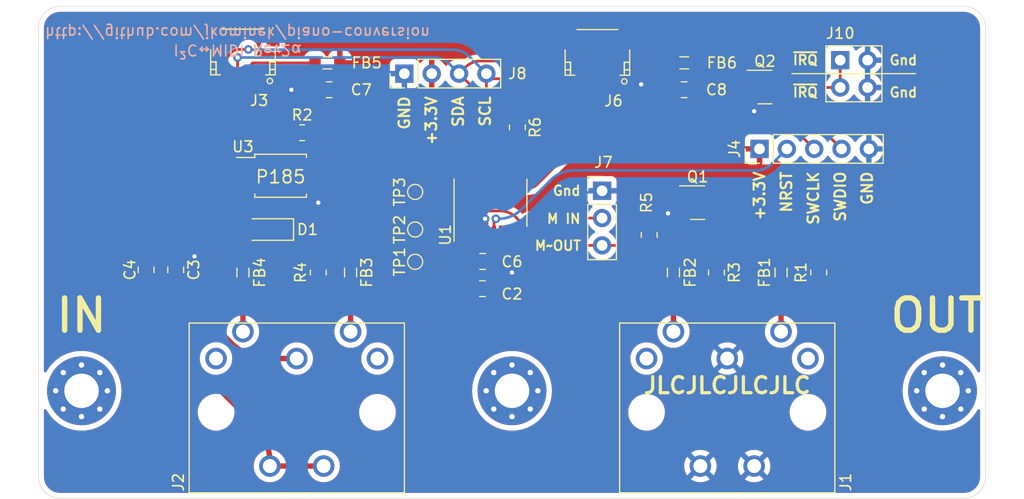
<source format=kicad_pcb>
(kicad_pcb (version 20211014) (generator pcbnew)
  (layers (0 "F.Cu" signal) (31 "B.Cu" signal) (34 "B.Paste" user) (35 "F.Paste" user) (36 "B.SilkS" user "B.Silkscreen") (37 "F.SilkS" user "F.Silkscreen") (38 "B.Mask" user) (39 "F.Mask" user) (44 "Edge.Cuts" user))
  (net 0 "")
  (net 1 "GND")
  (net 2 "+3V3")
  (net 3 "Net-(C3-Pad2)")
  (net 4 "Net-(C4-Pad2)")
  (net 5 "Net-(D1-Pad1)")
  (net 6 "Net-(D1-Pad2)")
  (net 7 "Net-(FB1-Pad2)")
  (net 8 "Net-(FB1-Pad1)")
  (net 9 "Net-(FB2-Pad1)")
  (net 10 "Net-(FB2-Pad2)")
  (net 11 "Net-(FB3-Pad1)")
  (net 12 "Net-(FB4-Pad2)")
  (net 13 "/RX")
  (net 14 "Net-(Q1-Pad1)")
  (net 15 "Net-(FB3-Pad2)")
  (net 16 "Net-(FB5-Pad1)")
  (net 17 "Net-(FB6-Pad1)")
  (net 18 "/SCL")
  (net 19 "/SDA")
  (net 24 "/~{TX}")
  (net 26 "/NRST")
  (net 33 "/SWDIO")
  (net 34 "/SWCLK")
  (net 35 "Net-(TP1-Pad1)")
  (net 36 "Net-(TP2-Pad1)")
  (net 37 "Net-(TP3-Pad1)")
  (net 38 "Net-(R3-Pad1)")
  (net 39 "Net-(J10-Pad1)")
  (net 40 "Net-(Q2-Pad1)")
  (net 41 "/IRQ")
  (footprint "footprints:SDS-50J" (layer "F.Cu") (at 140 77)
    (fp_text reference "J2" (at -11 1.5 90) (layer "F.SilkS"))
    (fp_text value "MIDI IN")
    (pad "" np_thru_hole circle locked (at -7.5 -5) (size 2.4 2.4) (drill 2.4) (layers *.Cu *.Mask))
    (pad "" np_thru_hole circle locked (at 7.5 -5) (size 2.4 2.4) (drill 2.4) (layers *.Cu *.Mask))
    (pad "1" thru_hole circle locked (at 7.5 -10) (size 2 2) (drill 1.3) (layers *.Cu *.Mask))
    (pad "2" thru_hole circle locked (at 0 -10) (size 2 2) (drill 1.3) (layers *.Cu *.Mask) (net 3 "Net-(C3-Pad2)"))
    (pad "3" thru_hole circle locked (at -7.5 -10) (size 2 2) (drill 1.3) (layers *.Cu *.Mask))
    (pad "4" thru_hole circle locked (at 5 -12.5) (size 2 2) (drill 1.3) (layers *.Cu *.Mask) (net 11 "Net-(FB3-Pad1)"))
    (pad "5" thru_hole circle locked (at -5 -12.5) (size 2 2) (drill 1.3) (layers *.Cu *.Mask) (net 12 "Net-(FB4-Pad2)"))
    (pad "6" thru_hole circle locked (at 2.5 0) (size 2 2) (drill 1.3) (layers *.Cu *.Mask) (net 4 "Net-(C4-Pad2)"))
    (pad "6" thru_hole circle locked (at -2.5 0) (size 2 2) (drill 1.3) (layers *.Cu *.Mask) (net 4 "Net-(C4-Pad2)"))
  )
  (footprint "Capacitor_SMD:C_0805_2012Metric_Pad1.18x1.45mm_HandSolder" (layer "F.Cu") (at 128.75 58.75 -90)
    (fp_text reference "C3" (at 0 -1.68 -90) (layer "F.SilkS"))
    (fp_text value "0.1uF")
    (pad "1" smd roundrect (at -1.0375 0 270) (size 1.175 1.45) (layers "F.Cu" "F.Paste" "F.Mask") (roundrect_rratio 0.212766) (net 1 "GND"))
    (pad "2" smd roundrect (at 1.0375 0 270) (size 1.175 1.45) (layers "F.Cu" "F.Paste" "F.Mask") (roundrect_rratio 0.212766) (net 3 "Net-(C3-Pad2)"))
  )
  (footprint "Capacitor_SMD:C_0805_2012Metric_Pad1.18x1.45mm_HandSolder" (layer "F.Cu") (at 126 58.75 -90)
    (fp_text reference "C4" (at 0 1.5 -90) (layer "F.SilkS"))
    (fp_text value "0.1uF")
    (pad "1" smd roundrect (at -1.0375 0 270) (size 1.175 1.45) (layers "F.Cu" "F.Paste" "F.Mask") (roundrect_rratio 0.212766) (net 1 "GND"))
    (pad "2" smd roundrect (at 1.0375 0 270) (size 1.175 1.45) (layers "F.Cu" "F.Paste" "F.Mask") (roundrect_rratio 0.212766) (net 4 "Net-(C4-Pad2)"))
  )
  (footprint "Diode_SMD:D_SOD-123F" (layer "F.Cu") (at 137.5 55 180)
    (fp_text reference "D1" (at -3.5 0) (layer "F.SilkS"))
    (fp_text value "Vf>=4")
    (pad "1" smd rect (at -1.4 0 180) (size 1.1 1.1) (layers "F.Cu" "F.Paste" "F.Mask") (net 5 "Net-(D1-Pad1)"))
    (pad "2" smd rect (at 1.4 0 180) (size 1.1 1.1) (layers "F.Cu" "F.Paste" "F.Mask") (net 6 "Net-(D1-Pad2)"))
  )
  (footprint "Inductor_SMD:L_0805_2012Metric_Pad1.05x1.20mm_HandSolder" (layer "F.Cu") (at 185 59 90)
    (fp_text reference "FB1" (at 0 -1.55 90) (layer "F.SilkS"))
    (fp_text value "Ferrite")
    (pad "1" smd roundrect (at -1.15 0 90) (size 1.05 1.2) (layers "F.Cu" "F.Paste" "F.Mask") (roundrect_rratio 0.238095) (net 8 "Net-(FB1-Pad1)"))
    (pad "2" smd roundrect (at 1.15 0 90) (size 1.05 1.2) (layers "F.Cu" "F.Paste" "F.Mask") (roundrect_rratio 0.238095) (net 7 "Net-(FB1-Pad2)"))
  )
  (footprint "Inductor_SMD:L_0805_2012Metric_Pad1.05x1.20mm_HandSolder" (layer "F.Cu") (at 145 59 90)
    (fp_text reference "FB3" (at 0 1.5 90) (layer "F.SilkS"))
    (fp_text value "Ferrite")
    (pad "1" smd roundrect (at -1.15 0 90) (size 1.05 1.2) (layers "F.Cu" "F.Paste" "F.Mask") (roundrect_rratio 0.238095) (net 11 "Net-(FB3-Pad1)"))
    (pad "2" smd roundrect (at 1.15 0 90) (size 1.05 1.2) (layers "F.Cu" "F.Paste" "F.Mask") (roundrect_rratio 0.238095) (net 15 "Net-(FB3-Pad2)"))
  )
  (footprint "Inductor_SMD:L_0805_2012Metric_Pad1.05x1.20mm_HandSolder" (layer "F.Cu") (at 135 59 -90)
    (fp_text reference "FB4" (at 0 -1.55 -90) (layer "F.SilkS"))
    (fp_text value "Ferrite")
    (pad "1" smd roundrect (at -1.15 0 270) (size 1.05 1.2) (layers "F.Cu" "F.Paste" "F.Mask") (roundrect_rratio 0.238095) (net 6 "Net-(D1-Pad2)"))
    (pad "2" smd roundrect (at 1.15 0 270) (size 1.05 1.2) (layers "F.Cu" "F.Paste" "F.Mask") (roundrect_rratio 0.238095) (net 12 "Net-(FB4-Pad2)"))
  )
  (footprint "Resistor_SMD:R_0805_2012Metric_Pad1.20x1.40mm_HandSolder" (layer "F.Cu") (at 188.5 59 90)
    (fp_text reference "R1" (at 0 -1.65 90) (layer "F.SilkS"))
    (fp_text value "R_A")
    (pad "1" smd roundrect (at -1 0 90) (size 1.2 1.4) (layers "F.Cu" "F.Paste" "F.Mask") (roundrect_rratio 0.208333) (net 2 "+3V3"))
    (pad "2" smd roundrect (at 1 0 90) (size 1.2 1.4) (layers "F.Cu" "F.Paste" "F.Mask") (roundrect_rratio 0.208333) (net 7 "Net-(FB1-Pad2)"))
  )
  (footprint "Resistor_SMD:R_0805_2012Metric_Pad1.20x1.40mm_HandSolder" (layer "F.Cu") (at 140.5 46)
    (fp_text reference "R2" (at 0 -1.65) (layer "F.SilkS"))
    (fp_text value "R_O")
    (pad "1" smd roundrect (at -1 0) (size 1.2 1.4) (layers "F.Cu" "F.Paste" "F.Mask") (roundrect_rratio 0.208333) (net 2 "+3V3"))
    (pad "2" smd roundrect (at 1 0) (size 1.2 1.4) (layers "F.Cu" "F.Paste" "F.Mask") (roundrect_rratio 0.208333) (net 13 "/RX"))
  )
  (footprint "Resistor_SMD:R_0805_2012Metric_Pad1.20x1.40mm_HandSolder" (layer "F.Cu") (at 179 59 -90)
    (fp_text reference "R3" (at 0 -1.65 -90) (layer "F.SilkS"))
    (fp_text value "R_C")
    (pad "1" smd roundrect (at -1 0 270) (size 1.2 1.4) (layers "F.Cu" "F.Paste" "F.Mask") (roundrect_rratio 0.208333) (net 38 "Net-(R3-Pad1)"))
    (pad "2" smd roundrect (at 1 0 270) (size 1.2 1.4) (layers "F.Cu" "F.Paste" "F.Mask") (roundrect_rratio 0.208333) (net 9 "Net-(FB2-Pad1)"))
  )
  (footprint "Inductor_SMD:L_0805_2012Metric_Pad1.05x1.20mm_HandSolder" (layer "F.Cu") (at 175 59 -90)
    (fp_text reference "FB2" (at 0 -1.55 -90) (layer "F.SilkS"))
    (fp_text value "Ferrite")
    (pad "1" smd roundrect (at -1.15 0 270) (size 1.05 1.2) (layers "F.Cu" "F.Paste" "F.Mask") (roundrect_rratio 0.238095) (net 9 "Net-(FB2-Pad1)"))
    (pad "2" smd roundrect (at 1.15 0 270) (size 1.05 1.2) (layers "F.Cu" "F.Paste" "F.Mask") (roundrect_rratio 0.238095) (net 10 "Net-(FB2-Pad2)"))
  )
  (footprint "Resistor_SMD:R_0805_2012Metric_Pad1.20x1.40mm_HandSolder" (layer "F.Cu") (at 142 59 90)
    (fp_text reference "R4" (at 0 -1.65 90) (layer "F.SilkS"))
    (fp_text value "220")
    (pad "1" smd roundrect (at -1 0 90) (size 1.2 1.4) (layers "F.Cu" "F.Paste" "F.Mask") (roundrect_rratio 0.208333) (net 5 "Net-(D1-Pad1)"))
    (pad "2" smd roundrect (at 1 0 90) (size 1.2 1.4) (layers "F.Cu" "F.Paste" "F.Mask") (roundrect_rratio 0.208333) (net 15 "Net-(FB3-Pad2)"))
  )
  (footprint "Housings_SOIC:SO-6_4.4x3.6mm_Pitch1.27mm" (layer "F.Cu") (at 138.5 50)
    (fp_text reference "U3" (at -3.5 -2.7) (layer "F.SilkS"))
    (fp_text value "TLP185(SE")
    (pad "1" smd rect locked (at -3.15 -1.27) (size 2 0.64) (layers "F.Cu" "F.Paste" "F.Mask") (net 5 "Net-(D1-Pad1)"))
    (pad "3" smd rect locked (at -3.15 1.27) (size 2 0.64) (layers "F.Cu" "F.Paste" "F.Mask") (net 6 "Net-(D1-Pad2)"))
    (pad "4" smd rect locked (at 3.15 1.27) (size 2 0.64) (layers "F.Cu" "F.Paste" "F.Mask") (net 1 "GND"))
    (pad "6" smd rect locked (at 3.15 -1.27) (size 2 0.64) (layers "F.Cu" "F.Paste" "F.Mask") (net 13 "/RX"))
  )
  (footprint "Capacitor_SMD:C_0805_2012Metric_Pad1.18x1.45mm_HandSolder" (layer "F.Cu") (at 157.27 57.968 180)
    (fp_text reference "C6" (at -2.73 -0.032 180) (layer "F.SilkS"))
    (fp_text value "0.1uF")
    (pad "1" smd roundrect (at -1.0375 0 180) (size 1.175 1.45) (layers "F.Cu" "F.Paste" "F.Mask") (roundrect_rratio 0.212766) (net 1 "GND"))
    (pad "2" smd roundrect (at 1.0375 0 180) (size 1.175 1.45) (layers "F.Cu" "F.Paste" "F.Mask") (roundrect_rratio 0.212766) (net 2 "+3V3"))
  )
  (footprint "Capacitor_SMD:C_0805_2012Metric_Pad1.18x1.45mm_HandSolder" (layer "F.Cu") (at 143 42)
    (fp_text reference "C7" (at 3 0) (layer "F.SilkS"))
    (fp_text value "0.1uF")
    (pad "1" smd roundrect (at -1.0375 0) (size 1.175 1.45) (layers "F.Cu" "F.Paste" "F.Mask") (roundrect_rratio 0.212766) (net 1 "GND"))
    (pad "2" smd roundrect (at 1.0375 0) (size 1.175 1.45) (layers "F.Cu" "F.Paste" "F.Mask") (roundrect_rratio 0.212766) (net 2 "+3V3"))
  )
  (footprint "Capacitor_SMD:C_0805_2012Metric_Pad1.18x1.45mm_HandSolder" (layer "F.Cu") (at 176 42)
    (fp_text reference "C8" (at 3 0) (layer "F.SilkS"))
    (fp_text value "0.1uF")
    (pad "1" smd roundrect (at -1.0375 0) (size 1.175 1.45) (layers "F.Cu" "F.Paste" "F.Mask") (roundrect_rratio 0.212766) (net 1 "GND"))
    (pad "2" smd roundrect (at 1.0375 0) (size 1.175 1.45) (layers "F.Cu" "F.Paste" "F.Mask") (roundrect_rratio 0.212766) (net 2 "+3V3"))
  )
  (footprint "Inductor_SMD:L_0805_2012Metric_Pad1.05x1.20mm_HandSolder" (layer "F.Cu") (at 142.85 39.5)
    (fp_text reference "FB5" (at 3.65 0) (layer "F.SilkS"))
    (fp_text value "FB")
    (pad "1" smd roundrect (at -1.15 0) (size 1.05 1.2) (layers "F.Cu" "F.Paste" "F.Mask") (roundrect_rratio 0.238095) (net 16 "Net-(FB5-Pad1)"))
    (pad "2" smd roundrect (at 1.15 0) (size 1.05 1.2) (layers "F.Cu" "F.Paste" "F.Mask") (roundrect_rratio 0.238095) (net 2 "+3V3"))
  )
  (footprint "Inductor_SMD:L_0805_2012Metric_Pad1.05x1.20mm_HandSolder" (layer "F.Cu") (at 176 39.5)
    (fp_text reference "FB6" (at 3.5 0) (layer "F.SilkS"))
    (fp_text value "FB")
    (pad "1" smd roundrect (at -1.15 0) (size 1.05 1.2) (layers "F.Cu" "F.Paste" "F.Mask") (roundrect_rratio 0.238095) (net 17 "Net-(FB6-Pad1)"))
    (pad "2" smd roundrect (at 1.15 0) (size 1.05 1.2) (layers "F.Cu" "F.Paste" "F.Mask") (roundrect_rratio 0.238095) (net 2 "+3V3"))
  )
  (footprint "Connectors_JST:JST_SH_SM04B-SRSS-TB_04x1.00mm_Angled" (layer "F.Cu") (at 135 39 180)
    (fp_text reference "J3" (at -1.5 -4) (layer "F.SilkS"))
    (fp_text value "Qwiic")
    (pad "" smd rect locked (at 2.8 1.9375 180) (size 1.2 1.8) (layers "F.Cu" "F.Paste" "F.Mask"))
    (pad "" smd rect locked (at -2.8 1.9375 180) (size 1.2 1.8) (layers "F.Cu" "F.Paste" "F.Mask"))
    (pad "1" smd rect locked (at -1.5 -1.9375 180) (size 0.6 1.55) (layers "F.Cu" "F.Paste" "F.Mask") (net 1 "GND"))
    (pad "2" smd rect locked (at -0.5 -1.9375 180) (size 0.6 1.55) (layers "F.Cu" "F.Paste" "F.Mask") (net 16 "Net-(FB5-Pad1)"))
    (pad "3" smd rect locked (at 0.5 -1.9375 180) (size 0.6 1.55) (layers "F.Cu" "F.Paste" "F.Mask") (net 19 "/SDA"))
    (pad "4" smd rect locked (at 1.5 -1.9375 180) (size 0.6 1.55) (layers "F.Cu" "F.Paste" "F.Mask") (net 18 "/SCL"))
  )
  (footprint "Connectors_JST:JST_SH_SM04B-SRSS-TB_04x1.00mm_Angled" (layer "F.Cu") (at 167.935 39.0375 180)
    (fp_text reference "J6" (at -1.5 -4) (layer "F.SilkS"))
    (fp_text value "Qwiic")
    (pad "" smd rect locked (at 2.8 1.9375 180) (size 1.2 1.8) (layers "F.Cu" "F.Paste" "F.Mask"))
    (pad "" smd rect locked (at -2.8 1.9375 180) (size 1.2 1.8) (layers "F.Cu" "F.Paste" "F.Mask"))
    (pad "1" smd rect locked (at -1.5 -1.9375 180) (size 0.6 1.55) (layers "F.Cu" "F.Paste" "F.Mask") (net 1 "GND"))
    (pad "2" smd rect locked (at -0.5 -1.9375 180) (size 0.6 1.55) (layers "F.Cu" "F.Paste" "F.Mask") (net 17 "Net-(FB6-Pad1)"))
    (pad "3" smd rect locked (at 0.5 -1.9375 180) (size 0.6 1.55) (layers "F.Cu" "F.Paste" "F.Mask") (net 19 "/SDA"))
    (pad "4" smd rect locked (at 1.5 -1.9375 180) (size 0.6 1.55) (layers "F.Cu" "F.Paste" "F.Mask") (net 18 "/SCL"))
  )
  (footprint "Pin_Headers:Pin_Header_Straight_1x03_Pitch2.54mm" (layer "F.Cu") (at 168.37 51.395)
    (fp_text reference "J7" (at 0.13 -2.645) (layer "F.SilkS"))
    (fp_text value "UART")
    (pad "1" thru_hole rect locked (at 0 0) (size 1.7 1.7) (drill 1) (layers *.Cu *.Mask) (net 1 "GND"))
    (pad "2" thru_hole oval locked (at 0 2.54) (size 1.7 1.7) (drill 1) (layers *.Cu *.Mask) (net 13 "/RX"))
    (pad "3" thru_hole oval locked (at 0 5.08) (size 1.7 1.7) (drill 1) (layers *.Cu *.Mask) (net 24 "/~{TX}"))
  )
  (footprint "Capacitor_SMD:C_0805_2012Metric_Pad1.18x1.45mm_HandSolder" (layer "F.Cu") (at 157.25 60.5 180)
    (fp_text reference "C2" (at -2.75 -0.5 180) (layer "F.SilkS"))
    (fp_text value "4.7uF")
    (pad "1" smd roundrect (at -1.0375 0 180) (size 1.175 1.45) (layers "F.Cu" "F.Paste" "F.Mask") (roundrect_rratio 0.212766) (net 1 "GND"))
    (pad "2" smd roundrect (at 1.0375 0 180) (size 1.175 1.45) (layers "F.Cu" "F.Paste" "F.Mask") (roundrect_rratio 0.212766) (net 2 "+3V3"))
  )
  (footprint "Mounting_Holes:MountingHole_3.2mm_M3_Pad_Via" (layer "F.Cu") (at 120 70)
    (fp_text reference "H1" hide)
    (fp_text value "MountingHole")
    (pad "1" thru_hole circle locked (at 1.697056 -1.697056) (size 0.8 0.8) (drill 0.5) (layers *.Cu *.Mask))
    (pad "1" thru_hole circle locked (at 0 0) (size 6.4 6.4) (drill 3.2) (layers *.Cu *.Mask))
    (pad "1" thru_hole circle locked (at 0 -2.4) (size 0.8 0.8) (drill 0.5) (layers *.Cu *.Mask))
    (pad "1" thru_hole circle locked (at -2.4 0) (size 0.8 0.8) (drill 0.5) (layers *.Cu *.Mask))
    (pad "1" thru_hole circle locked (at 1.697056 1.697056) (size 0.8 0.8) (drill 0.5) (layers *.Cu *.Mask))
    (pad "1" thru_hole circle locked (at 0 2.4) (size 0.8 0.8) (drill 0.5) (layers *.Cu *.Mask))
    (pad "1" thru_hole circle locked (at -1.697056 1.697056) (size 0.8 0.8) (drill 0.5) (layers *.Cu *.Mask))
    (pad "1" thru_hole circle locked (at 2.4 0) (size 0.8 0.8) (drill 0.5) (layers *.Cu *.Mask))
    (pad "1" thru_hole circle locked (at -1.697056 -1.697056) (size 0.8 0.8) (drill 0.5) (layers *.Cu *.Mask))
  )
  (footprint "Mounting_Holes:MountingHole_3.2mm_M3_Pad_Via" (layer "F.Cu") (at 160 70)
    (fp_text reference "H2" hide)
    (fp_text value "MountingHole")
    (pad "1" thru_hole circle locked (at -1.697056 1.697056) (size 0.8 0.8) (drill 0.5) (layers *.Cu *.Mask))
    (pad "1" thru_hole circle locked (at 1.697056 -1.697056) (size 0.8 0.8) (drill 0.5) (layers *.Cu *.Mask))
    (pad "1" thru_hole circle locked (at 0 -2.4) (size 0.8 0.8) (drill 0.5) (layers *.Cu *.Mask))
    (pad "1" thru_hole circle locked (at 0 0) (size 6.4 6.4) (drill 3.2) (layers *.Cu *.Mask))
    (pad "1" thru_hole circle locked (at 1.697056 1.697056) (size 0.8 0.8) (drill 0.5) (layers *.Cu *.Mask))
    (pad "1" thru_hole circle locked (at 2.4 0) (size 0.8 0.8) (drill 0.5) (layers *.Cu *.Mask))
    (pad "1" thru_hole circle locked (at -2.4 0) (size 0.8 0.8) (drill 0.5) (layers *.Cu *.Mask))
    (pad "1" thru_hole circle locked (at 0 2.4) (size 0.8 0.8) (drill 0.5) (layers *.Cu *.Mask))
    (pad "1" thru_hole circle locked (at -1.697056 -1.697056) (size 0.8 0.8) (drill 0.5) (layers *.Cu *.Mask))
  )
  (footprint "Mounting_Holes:MountingHole_3.2mm_M3_Pad_Via" (layer "F.Cu") (at 200 70)
    (fp_text reference "H3" hide)
    (fp_text value "MountingHole")
    (pad "1" thru_hole circle locked (at -2.4 0) (size 0.8 0.8) (drill 0.5) (layers *.Cu *.Mask))
    (pad "1" thru_hole circle locked (at 0 0) (size 6.4 6.4) (drill 3.2) (layers *.Cu *.Mask))
    (pad "1" thru_hole circle locked (at 0 -2.4) (size 0.8 0.8) (drill 0.5) (layers *.Cu *.Mask))
    (pad "1" thru_hole circle locked (at 1.697056 1.697056) (size 0.8 0.8) (drill 0.5) (layers *.Cu *.Mask))
    (pad "1" thru_hole circle locked (at 1.697056 -1.697056) (size 0.8 0.8) (drill 0.5) (layers *.Cu *.Mask))
    (pad "1" thru_hole circle locked (at -1.697056 1.697056) (size 0.8 0.8) (drill 0.5) (layers *.Cu *.Mask))
    (pad "1" thru_hole circle locked (at -1.697056 -1.697056) (size 0.8 0.8) (drill 0.5) (layers *.Cu *.Mask))
    (pad "1" thru_hole circle locked (at 2.4 0) (size 0.8 0.8) (drill 0.5) (layers *.Cu *.Mask))
    (pad "1" thru_hole circle locked (at 0 2.4) (size 0.8 0.8) (drill 0.5) (layers *.Cu *.Mask))
  )
  (footprint "Pin_Headers:Pin_Header_Straight_1x04_Pitch2.54mm" (layer "F.Cu") (at 150 40.5 90)
    (fp_text reference "J8" (at 0 10.5 180) (layer "F.SilkS"))
    (fp_text value "I2C")
    (pad "1" thru_hole rect locked (at 0 0 90) (size 1.7 1.7) (drill 1) (layers *.Cu *.Mask) (net 1 "GND"))
    (pad "2" thru_hole oval locked (at 0 2.54 90) (size 1.7 1.7) (drill 1) (layers *.Cu *.Mask) (net 2 "+3V3"))
    (pad "3" thru_hole oval locked (at 0 5.08 90) (size 1.7 1.7) (drill 1) (layers *.Cu *.Mask) (net 19 "/SDA"))
    (pad "4" thru_hole oval locked (at 0 7.62 90) (size 1.7 1.7) (drill 1) (layers *.Cu *.Mask) (net 18 "/SCL"))
  )
  (footprint "Pin_Headers:Pin_Header_Straight_2x02_Pitch2.54mm" (layer "F.Cu") (at 190.5 39.25)
    (fp_text reference "J10" (at 0 -2.5 180) (layer "F.SilkS"))
    (fp_text value "Conn_02x02_Odd_Even")
    (pad "1" thru_hole rect locked (at 0 0) (size 1.7 1.7) (drill 1) (layers *.Cu *.Mask) (net 39 "Net-(J10-Pad1)"))
    (pad "2" thru_hole oval locked (at 2.54 0) (size 1.7 1.7) (drill 1) (layers *.Cu *.Mask) (net 1 "GND"))
    (pad "3" thru_hole oval locked (at 0 2.54) (size 1.7 1.7) (drill 1) (layers *.Cu *.Mask) (net 39 "Net-(J10-Pad1)"))
    (pad "4" thru_hole oval locked (at 2.54 2.54) (size 1.7 1.7) (drill 1) (layers *.Cu *.Mask) (net 1 "GND"))
  )
  (footprint "footprints:SDS-50J" (layer "F.Cu") (at 180 77)
    (fp_text reference "J1" (at 11 1.5 90) (layer "F.SilkS"))
    (fp_text value "MIDI OUT")
    (pad "" np_thru_hole circle locked (at 7.5 -5) (size 2.4 2.4) (drill 2.4) (layers *.Cu *.Mask))
    (pad "" np_thru_hole circle locked (at -7.5 -5) (size 2.4 2.4) (drill 2.4) (layers *.Cu *.Mask))
    (pad "1" thru_hole circle locked (at 7.5 -10) (size 2 2) (drill 1.3) (layers *.Cu *.Mask))
    (pad "2" thru_hole circle locked (at 0 -10) (size 2 2) (drill 1.3) (layers *.Cu *.Mask) (net 1 "GND"))
    (pad "3" thru_hole circle locked (at -7.5 -10) (size 2 2) (drill 1.3) (layers *.Cu *.Mask))
    (pad "4" thru_hole circle locked (at 5 -12.5) (size 2 2) (drill 1.3) (layers *.Cu *.Mask) (net 8 "Net-(FB1-Pad1)"))
    (pad "5" thru_hole circle locked (at -5 -12.5) (size 2 2) (drill 1.3) (layers *.Cu *.Mask) (net 10 "Net-(FB2-Pad2)"))
    (pad "6" thru_hole circle locked (at -2.5 0) (size 2 2) (drill 1.3) (layers *.Cu *.Mask) (net 1 "GND"))
    (pad "6" thru_hole circle locked (at 2.5 0) (size 2 2) (drill 1.3) (layers *.Cu *.Mask) (net 1 "GND"))
  )
  (footprint "Connector_PinHeader_2.54mm:PinHeader_1x05_P2.54mm_Vertical" (layer "F.Cu") (at 183 47.5 90)
    (fp_text reference "J4" (at 0 -2.33 90) (layer "F.SilkS"))
    (fp_text value "Serial Wire")
    (pad "1" thru_hole rect (at 0 0 90) (size 1.7 1.7) (drill 1) (layers *.Cu *.Mask) (net 2 "+3V3"))
    (pad "2" thru_hole oval (at 0 2.54 90) (size 1.7 1.7) (drill 1) (layers *.Cu *.Mask) (net 26 "/NRST"))
    (pad "3" thru_hole oval (at 0 5.08 90) (size 1.7 1.7) (drill 1) (layers *.Cu *.Mask) (net 34 "/SWCLK"))
    (pad "4" thru_hole oval (at 0 7.62 90) (size 1.7 1.7) (drill 1) (layers *.Cu *.Mask) (net 33 "/SWDIO"))
    (pad "5" thru_hole oval (at 0 10.16 90) (size 1.7 1.7) (drill 1) (layers *.Cu *.Mask) (net 1 "GND"))
  )
  (footprint "Resistor_SMD:R_0805_2012Metric_Pad1.20x1.40mm_HandSolder" (layer "F.Cu") (at 172.75 55.5 90)
    (fp_text reference "R5" (at 3 -0.25 90) (layer "F.SilkS"))
    (fp_text value "10k")
    (pad "1" smd roundrect locked (at -1 0 90) (size 1.2 1.4) (layers "F.Cu" "F.Paste" "F.Mask") (roundrect_rratio 0.208333) (net 24 "/~{TX}"))
    (pad "2" smd roundrect locked (at 1 0 90) (size 1.2 1.4) (layers "F.Cu" "F.Paste" "F.Mask") (roundrect_rratio 0.208333) (net 14 "Net-(Q1-Pad1)"))
  )
  (footprint "TestPoint:TestPoint_Pad_D1.0mm" (layer "F.Cu") (at 151 55 90)
    (fp_text reference "TP2" (at 0 -1.448 90) (layer "F.SilkS"))
    (fp_text value "TestPoint")
    (pad "1" smd circle (at 0 0 90) (size 1 1) (layers "F.Cu" "F.Mask") (net 36 "Net-(TP2-Pad1)"))
  )
  (footprint "Package_TO_SOT_SMD:SOT-23" (layer "F.Cu") (at 183.5 41.75)
    (fp_text reference "Q2" (at 0 -2.4) (layer "F.SilkS"))
    (fp_text value "Q_NPN_BEC")
    (pad "1" smd roundrect locked (at -0.9375 -0.95) (size 1.475 0.6) (layers "F.Cu" "F.Paste" "F.Mask") (net 40 "Net-(Q2-Pad1)"))
    (pad "2" smd roundrect locked (at -0.9375 0.95) (size 1.475 0.6) (layers "F.Cu" "F.Paste" "F.Mask") (net 1 "GND"))
    (pad "3" smd roundrect locked (at 0.9375 0) (size 1.475 0.6) (layers "F.Cu" "F.Paste" "F.Mask") (net 39 "Net-(J10-Pad1)"))
  )
  (footprint "TestPoint:TestPoint_Pad_D1.0mm" (layer "F.Cu") (at 151 58 90)
    (fp_text reference "TP1" (at 0 -1.448 90) (layer "F.SilkS"))
    (fp_text value "TestPoint")
    (pad "1" smd circle (at 0 0 90) (size 1 1) (layers "F.Cu" "F.Mask") (net 35 "Net-(TP1-Pad1)"))
  )
  (footprint "Resistor_SMD:R_0805_2012Metric_Pad1.20x1.40mm_HandSolder" (layer "F.Cu") (at 160.5 45.5 -90)
    (fp_text reference "R6" (at 0 -1.65 90) (layer "F.SilkS"))
    (fp_text value "10k")
    (pad "1" smd roundrect locked (at -1 0 270) (size 1.2 1.4) (layers "F.Cu" "F.Paste" "F.Mask") (roundrect_rratio 0.208333) (net 40 "Net-(Q2-Pad1)"))
    (pad "2" smd roundrect locked (at 1 0 270) (size 1.2 1.4) (layers "F.Cu" "F.Paste" "F.Mask") (roundrect_rratio 0.208333) (net 41 "/IRQ"))
  )
  (footprint "Package_TO_SOT_SMD:SOT-23" (layer "F.Cu") (at 177.25 52.5)
    (fp_text reference "Q1" (at 0 -2.4) (layer "F.SilkS"))
    (fp_text value "Q_NPN_BEC")
    (pad "1" smd roundrect locked (at -0.9375 -0.95) (size 1.475 0.6) (layers "F.Cu" "F.Paste" "F.Mask") (net 14 "Net-(Q1-Pad1)"))
    (pad "2" smd roundrect locked (at -0.9375 0.95) (size 1.475 0.6) (layers "F.Cu" "F.Paste" "F.Mask") (net 1 "GND"))
    (pad "3" smd roundrect locked (at 0.9375 0) (size 1.475 0.6) (layers "F.Cu" "F.Paste" "F.Mask") (net 38 "Net-(R3-Pad1)"))
  )
  (footprint "Package_SO:TSSOP-20_4.4x6.5mm_P0.65mm" (layer "F.Cu") (at 158 52.5 90)
    (fp_text reference "U1" (at -3 -4.2 90) (layer "F.SilkS"))
    (fp_text value "STM32G030Fx")
    (pad "1" smd roundrect (at -2.8625 -2.925 90) (size 1.475 0.4) (layers "F.Cu" "F.Paste" "F.Mask") (net 36 "Net-(TP2-Pad1)"))
    (pad "2" smd roundrect (at -2.8625 -2.275 90) (size 1.475 0.4) (layers "F.Cu" "F.Paste" "F.Mask") (net 35 "Net-(TP1-Pad1)"))
    (pad "3" smd roundrect (at -2.8625 -1.625 90) (size 1.475 0.4) (layers "F.Cu" "F.Paste" "F.Mask"))
    (pad "4" smd roundrect (at -2.8625 -0.975 90) (size 1.475 0.4) (layers "F.Cu" "F.Paste" "F.Mask") (net 2 "+3V3"))
    (pad "5" smd roundrect (at -2.8625 -0.325 90) (size 1.475 0.4) (layers "F.Cu" "F.Paste" "F.Mask") (net 1 "GND"))
    (pad "6" smd roundrect (at -2.8625 0.325 90) (size 1.475 0.4) (layers "F.Cu" "F.Paste" "F.Mask") (net 26 "/NRST"))
    (pad "7" smd roundrect (at -2.8625 0.975 90) (size 1.475 0.4) (layers "F.Cu" "F.Paste" "F.Mask"))
    (pad "8" smd roundrect (at -2.8625 1.625 90) (size 1.475 0.4) (layers "F.Cu" "F.Paste" "F.Mask"))
    (pad "9" smd roundrect (at -2.8625 2.275 90) (size 1.475 0.4) (layers "F.Cu" "F.Paste" "F.Mask") (net 24 "/~{TX}"))
    (pad "10" smd roundrect (at -2.8625 2.925 90) (size 1.475 0.4) (layers "F.Cu" "F.Paste" "F.Mask") (net 13 "/RX"))
    (pad "11" smd roundrect (at 2.8625 2.925 90) (size 1.475 0.4) (layers "F.Cu" "F.Paste" "F.Mask"))
    (pad "12" smd roundrect (at 2.8625 2.275 90) (size 1.475 0.4) (layers "F.Cu" "F.Paste" "F.Mask"))
    (pad "13" smd roundrect (at 2.8625 1.625 90) (size 1.475 0.4) (layers "F.Cu" "F.Paste" "F.Mask"))
    (pad "14" smd roundrect (at 2.8625 0.975 90) (size 1.475 0.4) (layers "F.Cu" "F.Paste" "F.Mask"))
    (pad "15" smd roundrect (at 2.8625 0.325 90) (size 1.475 0.4) (layers "F.Cu" "F.Paste" "F.Mask") (net 41 "/IRQ"))
    (pad "16" smd roundrect (at 2.8625 -0.325 90) (size 1.475 0.4) (layers "F.Cu" "F.Paste" "F.Mask") (net 18 "/SCL"))
    (pad "17" smd roundrect (at 2.8625 -0.975 90) (size 1.475 0.4) (layers "F.Cu" "F.Paste" "F.Mask") (net 19 "/SDA"))
    (pad "18" smd roundrect (at 2.8625 -1.625 90) (size 1.475 0.4) (layers "F.Cu" "F.Paste" "F.Mask") (net 33 "/SWDIO"))
    (pad "19" smd roundrect (at 2.8625 -2.275 90) (size 1.475 0.4) (layers "F.Cu" "F.Paste" "F.Mask") (net 34 "/SWCLK"))
    (pad "20" smd roundrect (at 2.8625 -2.925 90) (size 1.475 0.4) (layers "F.Cu" "F.Paste" "F.Mask") (net 37 "Net-(TP3-Pad1)"))
  )
  (footprint "TestPoint:TestPoint_Pad_D1.0mm" (layer "F.Cu") (at 151 51.5 90)
    (fp_text reference "TP3" (at 0 -1.448 90) (layer "F.SilkS"))
    (fp_text value "TestPoint")
    (pad "1" smd circle (at 0 0 90) (size 1 1) (layers "F.Cu" "F.Mask") (net 37 "Net-(TP3-Pad1)"))
  )
  (gr_line (start 197.5 40.5) (end 186 40.5) (layer "F.SilkS") (width 0.12))
  (gr_line (start 202 34.25) (end 118 34.25) (layer "Edge.Cuts") (width 0.05))
  (gr_line (start 116 36.25) (end 116 78) (layer "Edge.Cuts") (width 0.05))
  (gr_arc (start 116 36.25) (mid 116.585786 34.835786) (end 118 34.25) (layer "Edge.Cuts") (width 0.05))
  (gr_line (start 204 78) (end 204 36.25) (layer "Edge.Cuts") (width 0.05))
  (gr_arc (start 118 80) (mid 116.585786 79.414214) (end 116 78) (layer "Edge.Cuts") (width 0.05))
  (gr_arc (start 204 78) (mid 203.414214 79.414214) (end 202 80) (layer "Edge.Cuts") (width 0.05))
  (gr_line (start 118 80) (end 202 80) (layer "Edge.Cuts") (width 0.05))
  (gr_arc (start 202 34.25) (mid 203.414214 34.835786) (end 204 36.25) (layer "Edge.Cuts") (width 0.05))
  (gr_text "I²C↔MIDI Rev2α\nhttp://github.com/jkominek/piano-conversion" (at 134.5 37.5 180) (layer "B.SilkS") (effects (font (size 1 1)) (justify mirror)))
  (gr_text "IN" (at 120 63) (layer "F.SilkS") (effects (font (size 3 3) (thickness 0.5))))
  (gr_text "M IN" (at 166.465 54) (layer "F.SilkS") (effects (font (size 0.9 0.9) (thickness 0.18)) (justify right)))
  (gr_text "M~OUT" (at 166.5 56.5) (layer "F.SilkS") (effects (font (size 0.9 0.9) (thickness 0.18)) (justify right)))
  (gr_text "Gnd" (at 197.75 42.25) (layer "F.SilkS") (effects (font (size 0.9 0.9) (thickness 0.18)) (justify right)))
  (gr_text "Gnd" (at 197.75 39.25) (layer "F.SilkS") (effects (font (size 0.9 0.9) (thickness 0.18)) (justify right)))
  (gr_text "~{IRQ}" (at 186 39.25) (layer "F.SilkS") (effects (font (size 0.9 0.9) (thickness 0.18)) (justify left)))
  (gr_text "~{IRQ}" (at 186 42.25) (layer "F.SilkS") (effects (font (size 0.9 0.9) (thickness 0.18)) (justify left)))
  (gr_text "SCL" (at 157.5 42.5 90) (layer "F.SilkS") (effects (font (size 1 1) (thickness 0.2)) (justify right)))
  (gr_text "SDA" (at 155 42.5 90) (layer "F.SilkS") (effects (font (size 1 1) (thickness 0.2)) (justify right)))
  (gr_text "GND" (at 150 42.5 90) (layer "F.SilkS") (effects (font (size 1 1) (thickness 0.2)) (justify right)))
  (gr_text "JLCJLCJLCJLC" (at 180 69.5) (layer "F.SilkS") (effects (font (size 1.5 1.5) (thickness 0.3))))
  (gr_text "+3.3V" (at 152.5 42.5 90) (layer "F.SilkS") (effects (font (size 1 1) (thickness 0.2)) (justify right)))
  (gr_text "SWCLK" (at 188 49.5 90) (layer "F.SilkS") (effects (font (size 1 1) (thickness 0.2)) (justify right)))
  (gr_text "+3.3V" (at 183 49.5 90) (layer "F.SilkS") (effects (font (size 1 1) (thickness 0.2)) (justify right)))
  (gr_text "SWDIO" (at 190.5 49.5 90) (layer "F.SilkS") (effects (font (size 1 1) (thickness 0.2)) (justify right)))
  (gr_text "NRST" (at 185.5 49.5 90) (layer "F.SilkS") (effects (font (size 1 1) (thickness 0.2)) (justify right)))
  (gr_text "OUT" (at 199.5 63) (layer "F.SilkS") (effects (font (size 3 3) (thickness 0.5))))
  (gr_text "P185" (at 138.5 50.1) (layer "F.SilkS") (effects (font (size 1.2 1.2) (thickness 0.155))))
  (gr_text "GND" (at 193 49.5 90) (layer "F.SilkS") (effects (font (size 1 1) (thickness 0.2)) (justify right)))
  (gr_text "Gnd" (at 166.465 51.395) (layer "F.SilkS") (effects (font (size 0.9 0.9) (thickness 0.18)) (justify right)))
  (segment (start 182.5625 43.9375) (end 182.5 44) (width 0.25) (layer "F.Cu") (net 1))
  (segment (start 157.675 55.3625) (end 157.675 54.175) (width 0.25) (layer "F.Cu") (net 1))
  (segment (start 176.0625 53.45) (end 174.55 53.45) (width 0.25) (layer "F.Cu") (net 1))
  (segment (start 182.5625 42.7) (end 182.5625 43.9375) (width 0.25) (layer "F.Cu") (net 1))
  (segment (start 141.75 42) (end 139.5 42) (width 0.5) (layer "F.Cu") (net 1))
  (segment (start 126 57.7125) (end 128.75 57.7125) (width 0.5) (layer "F.Cu") (net 1))
  (segment (start 171.475 40.975) (end 172 41.5) (width 0.5) (layer "F.Cu") (net 1))
  (segment (start 157.675 56.175) (end 158.52 57.02) (width 0.25) (layer "F.Cu") (net 1))
  (segment (start 158.52 57.02) (end 158.52 57.968) (width 0.25) (layer "F.Cu") (net 1))
  (segment (start 157.675 55.3625) (end 157.675 56.175) (width 0.25) (layer "F.Cu") (net 1))
  (segment (start 158.5 59) (end 158.5 57.988) (width 0.4) (layer "F.Cu") (net 1))
  (segment (start 174.75 42) (end 172.5 42) (width 0.5) (layer "F.Cu") (net 1))
  (segment (start 136.5 40.9375) (end 137.194859 40.9375) (width 0.5) (layer "F.Cu") (net 1))
  (segment (start 139.31618 41.81618) (end 139.5 42) (width 0.5) (layer "F.Cu") (net 1))
  (segment (start 130.2875 57.7125) (end 130.5 57.5) (width 0.5) (layer "F.Cu") (net 1))
  (segment (start 128.75 57.7125) (end 130.2875 57.7125) (width 0.5) (layer "F.Cu") (net 1))
  (segment (start 158.5 60) (end 158.5 59) (width 0.4) (layer "F.Cu") (net 1))
  (segment (start 157.675 54.175) (end 157.5 54) (width 0.25) (layer "F.Cu") (net 1))
  (segment (start 158.5 57.988) (end 158.52 57.968) (width 0.25) (layer "F.Cu") (net 1))
  (segment (start 160 59) (end 158.5 59) (width 0.25) (layer "F.Cu") (net 1))
  (segment (start 141.65 52.15) (end 142 52.5) (width 0.5) (layer "F.Cu") (net 1))
  (segment (start 172.5 42) (end 172 41.5) (width 0.5) (layer "F.Cu") (net 1))
  (segment (start 169.435 40.975) (end 171.475 40.975) (width 0.5) (layer "F.Cu") (net 1))
  (segment (start 174.55 53.45) (end 174.5 53.5) (width 0.25) (layer "F.Cu") (net 1))
  (segment (start 141.65 51.27) (end 141.65 52.15) (width 0.5) (layer "F.Cu") (net 1))
  (via (at 142 52.5) (size 0.8) (drill 0.4) (layers "F.Cu" "B.Cu") (net 1))
  (via (at 139.5 42) (size 0.8) (drill 0.4) (layers "F.Cu" "B.Cu") (net 1))
  (via (at 130.5 57.5) (size 0.8) (drill 0.4) (layers "F.Cu" "B.Cu") (net 1))
  (via (at 172 41.5) (size 0.8) (drill 0.4) (layers "F.Cu" "B.Cu") (net 1))
  (via (at 160 59) (size 0.8) (drill 0.4) (layers "F.Cu" "B.Cu") (net 1))
  (via (at 157.5 54) (size 0.8) (drill 0.4) (layers "F.Cu" "B.Cu") (net 1))
  (via (at 174.5 53.5) (size 0.8) (drill 0.4) (layers "F.Cu" "B.Cu") (net 1))
  (via (at 182.5 44) (size 0.8) (drill 0.4) (layers "F.Cu" "B.Cu") (net 1))
  (arc (start 137.194859 40.9375) (mid 138.34291 41.165862) (end 139.31618 41.81618) (width 0.5) (layer "F.Cu") (net 1))
  (segment (start 157.025 56.050361) (end 156.02 57.055361) (width 0.25) (layer "F.Cu") (net 2))
  (segment (start 156.02 57.055361) (end 156.02 57.968) (width 0.25) (layer "F.Cu") (net 2))
  (segment (start 157.025 55.3625) (end 157.025 56.050361) (width 0.25) (layer "F.Cu") (net 2))
  (segment (start 128.75 60.396002) (end 128.75 60) (width 0.5) (layer "F.Cu") (net 3))
  (segment (start 133.889532 65.535534) (end 128.75 60.396002) (width 0.5) (layer "F.Cu") (net 3))
  (segment (start 140 67) (end 137.425066 67) (width 0.5) (layer "F.Cu") (net 3))
  (arc (start 133.889532 65.535534) (mid 135.511649 66.619398) (end 137.425066 67) (width 0.5) (layer "F.Cu") (net 3))
  (segment (start 127.464466 64.522464) (end 136.035534 73.093532) (width 0.5) (layer "F.Cu") (net 4))
  (segment (start 137.5 76.629066) (end 137.5 77) (width 0.5) (layer "F.Cu") (net 4))
  (segment (start 142.5 77) (end 137.5 77) (width 0.5) (layer "F.Cu") (net 4))
  (segment (start 126 60) (end 126 60.98693) (width 0.5) (layer "F.Cu") (net 4))
  (arc (start 126 60.98693) (mid 126.380602 62.900347) (end 127.464466 64.522464) (width 0.5) (layer "F.Cu") (net 4))
  (arc (start 137.5 76.629066) (mid 137.119398 74.715649) (end 136.035534 73.093532) (width 0.5) (layer "F.Cu") (net 4))
  (segment (start 137.728427 51.429405) (end 135.35 49.050978) (width 0.5) (layer "F.Cu") (net 5))
  (segment (start 142 60.35) (end 140.071573 58.421573) (width 0.5) (layer "F.Cu") (net 5))
  (segment (start 138.9 55.593146) (end 138.9 55) (width 0.5) (layer "F.Cu") (net 5))
  (segment (start 135.35 49.050978) (end 135.35 48.73) (width 0.5) (layer "F.Cu") (net 5))
  (segment (start 138.9 55) (end 138.9 54.257832) (width 0.5) (layer "F.Cu") (net 5))
  (arc (start 138.9 55.593146) (mid 139.204482 57.12388) (end 140.071573 58.421573) (width 0.5) (layer "F.Cu") (net 5))
  (arc (start 137.728427 51.429405) (mid 138.595518 52.727098) (end 138.9 54.257832) (width 0.5) (layer "F.Cu") (net 5))
  (segment (start 135.807107 53.057107) (end 135.642893 52.892893) (width 0.5) (layer "F.Cu") (net 6))
  (segment (start 135.514213 57.335787) (end 135 57.85) (width 0.5) (layer "F.Cu") (net 6))
  (segment (start 135.35 52.185786) (end 135.35 51.27) (width 0.5) (layer "F.Cu") (net 6))
  (segment (start 136.1 55) (end 136.1 53.764214) (width 0.5) (layer "F.Cu") (net 6))
  (segment (start 136.1 55) (end 136.1 55.921573) (width 0.5) (layer "F.Cu") (net 6))
  (arc (start 135.807107 53.057107) (mid 136.02388 53.38153) (end 136.1 53.764214) (width 0.5) (layer "F.Cu") (net 6))
  (arc (start 136.1 55.921573) (mid 135.947759 56.68694) (end 135.514213 57.335787) (width 0.5) (layer "F.Cu") (net 6))
  (arc (start 135.35 52.185786) (mid 135.42612 52.568469) (end 135.642893 52.892893) (width 0.5) (layer "F.Cu") (net 6))
  (segment (start 188.35 57.85) (end 188.5 58) (width 0.5) (layer "F.Cu") (net 7))
  (segment (start 185 57.85) (end 188.35 57.85) (width 0.5) (layer "F.Cu") (net 7))
  (segment (start 185 60.35) (end 185 64.5) (width 0.5) (layer "F.Cu") (net 8))
  (segment (start 176.27132 59.12132) (end 175 57.85) (width 0.5) (layer "F.Cu") (net 9))
  (segment (start 179 60) (end 178.392641 60) (width 0.5) (layer "F.Cu") (net 9))
  (arc (start 178.392641 60) (mid 177.24459 59.771638) (end 176.27132 59.12132) (width 0.5) (layer "F.Cu") (net 9))
  (segment (start 175 60.35) (end 175 64.5) (width 0.5) (layer "F.Cu") (net 10))
  (segment (start 145 60.35) (end 145 64.5) (width 0.5) (layer "F.Cu") (net 11))
  (segment (start 135 60.35) (end 135 64.5) (width 0.5) (layer "F.Cu") (net 12))
  (segment (start 160.925 55.3625) (end 160.925 54.425) (width 0.25) (layer "F.Cu") (net 13))
  (segment (start 141.85 48.53) (end 141.65 48.73) (width 0.25) (layer "F.Cu") (net 13))
  (segment (start 141.85 46) (end 141.85 48.53) (width 0.25) (layer "F.Cu") (net 13))
  (segment (start 161.122107 54.227893) (end 160.925 54.425) (width 0.25) (layer "F.Cu") (net 13))
  (segment (start 160.925 54.425) (end 160.361275 53.861275) (width 0.25) (layer "F.Cu") (net 13))
  (segment (start 145.023916 52.103916) (end 141.65 48.73) (width 0.25) (layer "F.Cu") (net 13))
  (segment (start 168.37 53.935) (end 161.829214 53.935) (width 0.25) (layer "F.Cu") (net 13))
  (segment (start 158.947062 53.275489) (end 147.852343 53.275489) (width 0.25) (layer "F.Cu") (net 13))
  (arc (start 158.947062 53.275489) (mid 159.712429 53.42773) (end 160.361275 53.861275) (width 0.25) (layer "F.Cu") (net 13))
  (arc (start 161.122107 54.227893) (mid 161.44653 54.01112) (end 161.829214 53.935) (width 0.25) (layer "F.Cu") (net 13))
  (arc (start 147.852343 53.275489) (mid 146.321609 52.971007) (end 145.023916 52.103916) (width 0.25) (layer "F.Cu") (net 13))
  (segment (start 172.75 54.5) (end 172.75 54.1) (width 0.25) (layer "F.Cu") (net 14))
  (segment (start 175.25 51.6) (end 176.2625 51.6) (width 0.25) (layer "F.Cu") (net 14))
  (arc (start 175.25 51.6) (mid 173.482233 52.332233) (end 172.75 54.1) (width 0.25) (layer "F.Cu") (net 14))
  (segment (start 142.15 57.85) (end 142 58) (width 0.5) (layer "F.Cu") (net 15))
  (segment (start 145 57.85) (end 142.15 57.85) (width 0.5) (layer "F.Cu") (net 15))
  (segment (start 135.9125 39.5) (end 135.5 39.9125) (width 0.25) (layer "F.Cu") (net 16))
  (segment (start 141.5 39.5) (end 135.9125 39.5) (width 0.25) (layer "F.Cu") (net 16))
  (segment (start 135.5 39.9125) (end 135.5 40.9375) (width 0.25) (layer "F.Cu") (net 16))
  (segment (start 174.85 39.5) (end 169.414214 39.5) (width 0.25) (layer "F.Cu") (net 17))
  (segment (start 168.435 40.147843) (end 168.435 40.975) (width 0.25) (layer "F.Cu") (net 17))
  (segment (start 168.707107 39.792893) (end 168.493578 40.006422) (width 0.25) (layer "F.Cu") (net 17))
  (arc (start 168.435 40.147843) (mid 168.450224 40.071307) (end 168.493578 40.006422) (width 0.25) (layer "F.Cu") (net 17))
  (arc (start 168.707107 39.792893) (mid 169.03153 39.57612) (end 169.414214 39.5) (width 0.25) (layer "F.Cu") (net 17))
  (segment (start 157.62 40.5) (end 157.62 49.5825) (width 0.25) (layer "F.Cu") (net 18))
  (segment (start 158.095 40.975) (end 157.62 40.5) (width 0.25) (layer "F.Cu") (net 18))
  (segment (start 134.536046 38.25) (end 135.5 38.25) (width 0.25) (layer "F.Cu") (net 18))
  (segment (start 166.435 40.975) (end 158.095 40.975) (width 0.25) (layer "F.Cu") (net 18))
  (segment (start 133.71967 38.755716) (end 134.005716 38.46967) (width 0.25) (layer "F.Cu") (net 18))
  (segment (start 157.62 49.5825) (end 157.675 49.6375) (width 0.25) (layer "F.Cu") (net 18))
  (segment (start 133.5 40.9375) (end 133.5 39.286046) (width 0.25) (layer "F.Cu") (net 18))
  (via (at 135.5 38.25) (size 0.8) (drill 0.4) (layers "F.Cu" "B.Cu") (net 18))
  (arc (start 133.71967 38.755716) (mid 133.55709 38.999033) (end 133.5 39.286046) (width 0.25) (layer "F.Cu") (net 18))
  (arc (start 134.005716 38.46967) (mid 134.249033 38.30709) (end 134.536046 38.25) (width 0.25) (layer "F.Cu") (net 18))
  (segment (start 154.566572 38.274999) (end 135.524999 38.274999) (width 0.25) (layer "B.Cu") (net 18))
  (segment (start 135.524999 38.274999) (end 135.5 38.25) (width 0.25) (layer "B.Cu") (net 18))
  (segment (start 157.62 40.5) (end 155.980785 38.860785) (width 0.25) (layer "B.Cu") (net 18))
  (arc (start 155.980785 38.860785) (mid 155.331939 38.42724) (end 154.566572 38.274999) (width 0.25) (layer "B.Cu") (net 18))
  (segment (start 156.439213 41.859213) (end 155.08 40.5) (width 0.25) (layer "F.Cu") (net 19))
  (segment (start 157.025 49.6375) (end 157.025 43.273427) (width 0.25) (layer "F.Cu") (net 19))
  (segment (start 157.083428 39.324999) (end 166.395785 39.324999) (width 0.25) (layer "F.Cu") (net 19))
  (segment (start 167.435 40.364214) (end 167.435 40.975) (width 0.25) (layer "F.Cu") (net 19))
  (segment (start 167.102892 39.617892) (end 167.142107 39.657107) (width 0.25) (layer "F.Cu") (net 19))
  (segment (start 155.08 40.5) (end 155.669215 39.910785) (width 0.25) (layer "F.Cu") (net 19))
  (segment (start 134.5 40.9375) (end 134.5 39) (width 0.25) (layer "F.Cu") (net 19))
  (via (at 134.5 39) (size 0.8) (drill 0.4) (layers "F.Cu" "B.Cu") (net 19))
  (arc (start 157.025 43.273427) (mid 156.872759 42.50806) (end 156.439213 41.859213) (width 0.25) (layer "F.Cu") (net 19))
  (arc (start 157.083428 39.324999) (mid 156.318061 39.47724) (end 155.669215 39.910785) (width 0.25) (layer "F.Cu") (net 19))
  (arc (start 166.395785 39.324999) (mid 166.778468 39.401119) (end 167.102892 39.617892) (width 0.25) (layer "F.Cu") (net 19))
  (arc (start 167.435 40.364214) (mid 167.35888 39.981531) (end 167.142107 39.657107) (width 0.25) (layer "F.Cu") (net 19))
  (segment (start 152.751573 39) (end 134.5 39) (width 0.25) (layer "B.Cu") (net 19))
  (segment (start 155.08 40.5) (end 154.165786 39.585786) (width 0.25) (layer "B.Cu") (net 19))
  (arc (start 152.751573 39) (mid 153.51694 39.152241) (end 154.165786 39.585786) (width 0.25) (layer "B.Cu") (net 19))
  (segment (start 168.37 56.475) (end 172.725 56.475) (width 0.25) (layer "F.Cu") (net 24))
  (segment (start 172.725 56.475) (end 172.75 56.5) (width 0.25) (layer "F.Cu") (net 24))
  (segment (start 160.611771 56.387132) (end 160.275 56.050361) (width 0.25) (layer "F.Cu") (net 24))
  (segment (start 168.37 56.475) (end 160.823903 56.475) (width 0.25) (layer "F.Cu") (net 24))
  (segment (start 160.275 56.050361) (end 160.275 55.3625) (width 0.25) (layer "F.Cu") (net 24))
  (arc (start 160.611771 56.387132) (mid 160.709098 56.452164) (end 160.823903 56.475) (width 0.25) (layer "F.Cu") (net 24))
  (segment (start 158.325 54.175) (end 158.5 54) (width 0.25) (layer "F.Cu") (net 26))
  (segment (start 158.325 55.3625) (end 158.325 54.175) (width 0.25) (layer "F.Cu") (net 26))
  (via (at 158.5 54) (size 0.8) (drill 0.4) (layers "F.Cu" "B.Cu") (net 26))
  (segment (start 182.711573 49.5) (end 165.742641 49.5) (width 0.25) (layer "B.Cu") (net 26))
  (segment (start 185.54 47.5) (end 184.125786 48.914214) (width 0.25) (layer "B.Cu") (net 26))
  (segment (start 163.62132 50.37868) (end 160.878679 53.121321) (width 0.25) (layer "B.Cu") (net 26))
  (segment (start 158.757359 54) (end 158.5 54) (width 0.25) (layer "B.Cu") (net 26))
  (arc (start 160.878679 53.121321) (mid 159.905409 53.771639) (end 158.757359 54) (width 0.25) (layer "B.Cu") (net 26))
  (arc (start 182.711573 49.5) (mid 183.47694 49.347759) (end 184.125786 48.914214) (width 0.25) (layer "B.Cu") (net 26))
  (arc (start 165.742641 49.5) (mid 164.59459 49.728362) (end 163.62132 50.37868) (width 0.25) (layer "B.Cu") (net 26))
  (segment (start 189.205786 46.085786) (end 190.62 47.5) (width 0.25) (layer "F.Cu") (net 33))
  (segment (start 156.83843 50.69952) (end 161.386266 50.69952) (width 0.25) (layer "F.Cu") (net 33))
  (segment (start 156.375 50.339643) (end 156.661654 50.626297) (width 0.25) (layer "F.Cu") (net 33))
  (segment (start 156.375 49.6375) (end 156.375 50.339643) (width 0.25) (layer "F.Cu") (net 33))
  (segment (start 162.093373 50.406627) (end 165.242641 47.257359) (width 0.25) (layer "F.Cu") (net 33))
  (segment (start 169.485281 45.5) (end 187.791573 45.5) (width 0.25) (layer "F.Cu") (net 33))
  (arc (start 187.791573 45.5) (mid 188.55694 45.652241) (end 189.205786 46.085786) (width 0.25) (layer "F.Cu") (net 33))
  (arc (start 169.485281 45.5) (mid 167.189181 45.956723) (end 165.242641 47.257359) (width 0.25) (layer "F.Cu") (net 33))
  (arc (start 161.386266 50.69952) (mid 161.768949 50.6234) (end 162.093373 50.406627) (width 0.25) (layer "F.Cu") (net 33))
  (arc (start 156.83843 50.69952) (mid 156.742759 50.68049) (end 156.661654 50.626297) (width 0.25) (layer "F.Cu") (net 33))
  (segment (start 155.725 49.6375) (end 155.725 50.325361) (width 0.25) (layer "F.Cu") (net 34))
  (segment (start 156.652232 51.14904) (end 161.489621 51.14904) (width 0.25) (layer "F.Cu") (net 34))
  (segment (start 187.165786 46.585786) (end 188.08 47.5) (width 0.25) (layer "F.Cu") (net 34))
  (segment (start 169.620998 46) (end 185.751573 46) (width 0.25) (layer "F.Cu") (net 34))
  (segment (start 155.725 50.325361) (end 156.475456 51.075817) (width 0.25) (layer "F.Cu") (net 34))
  (segment (start 162.338149 50.797568) (end 165.378358 47.757359) (width 0.25) (layer "F.Cu") (net 34))
  (arc (start 165.378358 47.757359) (mid 167.324898 46.456723) (end 169.620998 46) (width 0.25) (layer "F.Cu") (net 34))
  (arc (start 185.751573 46) (mid 186.51694 46.152241) (end 187.165786 46.585786) (width 0.25) (layer "F.Cu") (net 34))
  (arc (start 156.652232 51.14904) (mid 156.556561 51.13001) (end 156.475456 51.075817) (width 0.25) (layer "F.Cu") (net 34))
  (arc (start 161.489621 51.14904) (mid 161.948841 51.057695) (end 162.338149 50.797568) (width 0.25) (layer "F.Cu") (net 34))
  (segment (start 155.725 56.275) (end 154.585786 57.414214) (width 0.25) (layer "F.Cu") (net 35))
  (segment (start 155.725 55.3625) (end 155.725 56.275) (width 0.25) (layer "F.Cu") (net 35))
  (segment (start 153.171573 58) (end 151 58) (width 0.25) (layer "F.Cu") (net 35))
  (arc (start 154.585786 57.414214) (mid 153.93694 57.847759) (end 153.171573 58) (width 0.25) (layer "F.Cu") (net 35))
  (segment (start 155.005393 55.292893) (end 155.075 55.3625) (width 0.25) (layer "F.Cu") (net 36))
  (segment (start 154.298286 55) (end 151 55) (width 0.25) (layer "F.Cu") (net 36))
  (arc (start 154.298286 55) (mid 154.680969 55.07612) (end 155.005393 55.292893) (width 0.25) (layer "F.Cu") (net 36))
  (segment (start 155.075 49.6375) (end 153.798286 50.914214) (width 0.25) (layer "F.Cu") (net 37))
  (segment (start 152.384073 51.5) (end 151 51.5) (width 0.25) (layer "F.Cu") (net 37))
  (arc (start 152.384073 51.5) (mid 153.14944 51.347759) (end 153.798286 50.914214) (width 0.25) (layer "F.Cu") (net 37))
  (segment (start 179 57.65) (end 179 54.805141) (width 0.5) (layer "F.Cu") (net 38))
  (arc (start 178.12132 52.68382) (mid 178.771639 53.65709) (end 179 54.805141) (width 0.5) (layer "F.Cu") (net 38))
  (segment (start 184.4775 41.79) (end 190.5 41.79) (width 0.25) (layer "F.Cu") (net 39))
  (segment (start 190.5 41.79) (end 190.5 39.25) (width 0.25) (layer "F.Cu") (net 39))
  (segment (start 184.4375 41.75) (end 184.4775 41.79) (width 0.25) (layer "F.Cu") (net 39))
  (segment (start 178.12868 43.62132) (end 180.071321 41.678679) (width 0.25) (layer "F.Cu") (net 40))
  (segment (start 160.5 44.5) (end 176.007359 44.5) (width 0.25) (layer "F.Cu") (net 40))
  (segment (start 182.192641 40.8) (end 182.5625 40.8) (width 0.25) (layer "F.Cu") (net 40))
  (arc (start 180.071321 41.678679) (mid 181.044591 41.028361) (end 182.192641 40.8) (width 0.25) (layer "F.Cu") (net 40))
  (arc (start 178.12868 43.62132) (mid 177.15541 44.271639) (end 176.007359 44.5) (width 0.25) (layer "F.Cu") (net 40))
  (segment (start 158.325 48.675) (end 160.5 46.5) (width 0.25) (layer "F.Cu") (net 41))
  (segment (start 158.325 49.6375) (end 158.325 48.675) (width 0.25) (layer "F.Cu") (net 41))
  (zone (net 2) (net_name "+3V3") (layer "F.Cu") (connect_pads (clearance 0.508)) (min_thickness 0.254) (fill yes (thermal_gap 0.6) (thermal_bridge_width 0.5) (smoothing fillet) (radius 1))
    (polygon (pts (xy 204.47 80) (xy 116 80) (xy 116 34.25) (xy 204.47 34.25)))
  )
  (zone (net 1) (net_name "GND") (layer "B.Cu") (connect_pads (clearance 0.508)) (min_thickness 0.254) (fill yes (thermal_gap 0.508) (thermal_bridge_width 0.508))
    (polygon (pts (xy 204.47 80) (xy 116 80) (xy 116 34.25) (xy 204.47 34.25)))
  )
)
</source>
